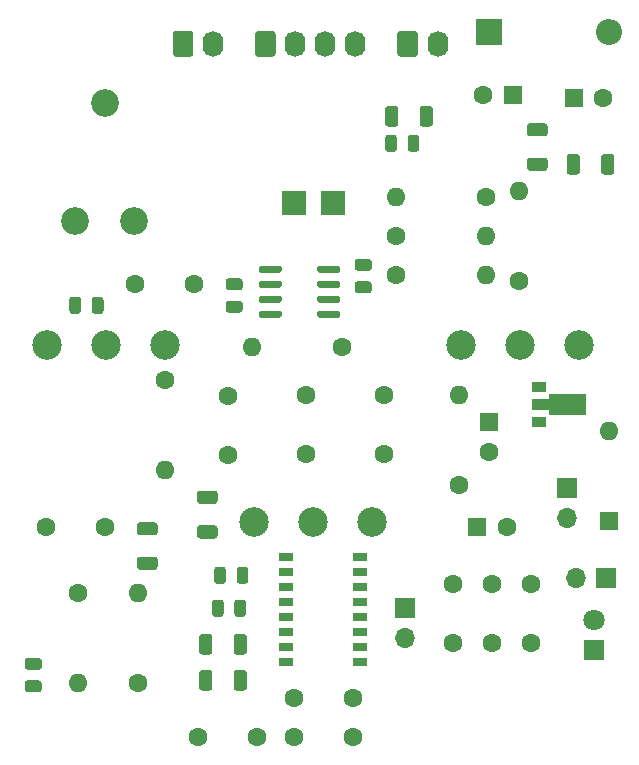
<source format=gbr>
%TF.GenerationSoftware,KiCad,Pcbnew,(5.1.9)-1*%
%TF.CreationDate,2021-09-20T18:56:34+02:00*%
%TF.ProjectId,deep blue delay,64656570-2062-46c7-9565-2064656c6179,rev?*%
%TF.SameCoordinates,Original*%
%TF.FileFunction,Soldermask,Bot*%
%TF.FilePolarity,Negative*%
%FSLAX46Y46*%
G04 Gerber Fmt 4.6, Leading zero omitted, Abs format (unit mm)*
G04 Created by KiCad (PCBNEW (5.1.9)-1) date 2021-09-20 18:56:34*
%MOMM*%
%LPD*%
G01*
G04 APERTURE LIST*
%ADD10R,2.000000X2.000000*%
%ADD11C,2.340000*%
%ADD12R,1.300000X0.800000*%
%ADD13C,0.100000*%
%ADD14R,1.300000X0.900000*%
%ADD15O,1.600000X1.600000*%
%ADD16C,1.600000*%
%ADD17C,2.500000*%
%ADD18O,1.740000X2.190000*%
%ADD19O,1.700000X1.700000*%
%ADD20R,1.700000X1.700000*%
%ADD21C,1.800000*%
%ADD22R,1.800000X1.800000*%
%ADD23R,1.600000X1.600000*%
%ADD24O,2.200000X2.200000*%
%ADD25R,2.200000X2.200000*%
G04 APERTURE END LIST*
D10*
%TO.C,LED+*%
X29210000Y47498000D03*
%TD*%
%TO.C,LED-*%
X25908000Y47498000D03*
%TD*%
D11*
%TO.C,VOL1*%
X7366000Y46000000D03*
X9866000Y56000000D03*
X12366000Y46000000D03*
%TD*%
D12*
%TO.C,U3*%
X25196000Y17526000D03*
X25196000Y16246000D03*
X25196000Y14986000D03*
X25196000Y13716000D03*
X25196000Y12436000D03*
X25196000Y11166000D03*
X25196000Y9906000D03*
X25196000Y8626000D03*
X31496000Y8626000D03*
X31496000Y9906000D03*
X31496000Y11166000D03*
X31496000Y12436000D03*
X31496000Y13716000D03*
X31496000Y14986000D03*
X31496000Y16246000D03*
X31496000Y17526000D03*
%TD*%
D13*
%TO.C,U2*%
G36*
X50598500Y29613500D02*
G01*
X47473500Y29613500D01*
X47473500Y30030000D01*
X45998500Y30030000D01*
X45998500Y30930000D01*
X47473500Y30930000D01*
X47473500Y31346500D01*
X50598500Y31346500D01*
X50598500Y29613500D01*
G37*
D14*
X46648500Y31980000D03*
X46648500Y28980000D03*
%TD*%
%TO.C,U1*%
G36*
G01*
X24851000Y42060000D02*
X24851000Y41760000D01*
G75*
G02*
X24701000Y41610000I-150000J0D01*
G01*
X23051000Y41610000D01*
G75*
G02*
X22901000Y41760000I0J150000D01*
G01*
X22901000Y42060000D01*
G75*
G02*
X23051000Y42210000I150000J0D01*
G01*
X24701000Y42210000D01*
G75*
G02*
X24851000Y42060000I0J-150000D01*
G01*
G37*
G36*
G01*
X24851000Y40790000D02*
X24851000Y40490000D01*
G75*
G02*
X24701000Y40340000I-150000J0D01*
G01*
X23051000Y40340000D01*
G75*
G02*
X22901000Y40490000I0J150000D01*
G01*
X22901000Y40790000D01*
G75*
G02*
X23051000Y40940000I150000J0D01*
G01*
X24701000Y40940000D01*
G75*
G02*
X24851000Y40790000I0J-150000D01*
G01*
G37*
G36*
G01*
X24851000Y39520000D02*
X24851000Y39220000D01*
G75*
G02*
X24701000Y39070000I-150000J0D01*
G01*
X23051000Y39070000D01*
G75*
G02*
X22901000Y39220000I0J150000D01*
G01*
X22901000Y39520000D01*
G75*
G02*
X23051000Y39670000I150000J0D01*
G01*
X24701000Y39670000D01*
G75*
G02*
X24851000Y39520000I0J-150000D01*
G01*
G37*
G36*
G01*
X24851000Y38250000D02*
X24851000Y37950000D01*
G75*
G02*
X24701000Y37800000I-150000J0D01*
G01*
X23051000Y37800000D01*
G75*
G02*
X22901000Y37950000I0J150000D01*
G01*
X22901000Y38250000D01*
G75*
G02*
X23051000Y38400000I150000J0D01*
G01*
X24701000Y38400000D01*
G75*
G02*
X24851000Y38250000I0J-150000D01*
G01*
G37*
G36*
G01*
X29801000Y38250000D02*
X29801000Y37950000D01*
G75*
G02*
X29651000Y37800000I-150000J0D01*
G01*
X28001000Y37800000D01*
G75*
G02*
X27851000Y37950000I0J150000D01*
G01*
X27851000Y38250000D01*
G75*
G02*
X28001000Y38400000I150000J0D01*
G01*
X29651000Y38400000D01*
G75*
G02*
X29801000Y38250000I0J-150000D01*
G01*
G37*
G36*
G01*
X29801000Y39520000D02*
X29801000Y39220000D01*
G75*
G02*
X29651000Y39070000I-150000J0D01*
G01*
X28001000Y39070000D01*
G75*
G02*
X27851000Y39220000I0J150000D01*
G01*
X27851000Y39520000D01*
G75*
G02*
X28001000Y39670000I150000J0D01*
G01*
X29651000Y39670000D01*
G75*
G02*
X29801000Y39520000I0J-150000D01*
G01*
G37*
G36*
G01*
X29801000Y40790000D02*
X29801000Y40490000D01*
G75*
G02*
X29651000Y40340000I-150000J0D01*
G01*
X28001000Y40340000D01*
G75*
G02*
X27851000Y40490000I0J150000D01*
G01*
X27851000Y40790000D01*
G75*
G02*
X28001000Y40940000I150000J0D01*
G01*
X29651000Y40940000D01*
G75*
G02*
X29801000Y40790000I0J-150000D01*
G01*
G37*
G36*
G01*
X29801000Y42060000D02*
X29801000Y41760000D01*
G75*
G02*
X29651000Y41610000I-150000J0D01*
G01*
X28001000Y41610000D01*
G75*
G02*
X27851000Y41760000I0J150000D01*
G01*
X27851000Y42060000D01*
G75*
G02*
X28001000Y42210000I150000J0D01*
G01*
X29651000Y42210000D01*
G75*
G02*
X29801000Y42060000I0J-150000D01*
G01*
G37*
%TD*%
%TO.C,R19*%
G36*
G01*
X12836999Y17580500D02*
X14087001Y17580500D01*
G75*
G02*
X14337000Y17330501I0J-249999D01*
G01*
X14337000Y16705499D01*
G75*
G02*
X14087001Y16455500I-249999J0D01*
G01*
X12836999Y16455500D01*
G75*
G02*
X12587000Y16705499I0J249999D01*
G01*
X12587000Y17330501D01*
G75*
G02*
X12836999Y17580500I249999J0D01*
G01*
G37*
G36*
G01*
X12836999Y20505500D02*
X14087001Y20505500D01*
G75*
G02*
X14337000Y20255501I0J-249999D01*
G01*
X14337000Y19630499D01*
G75*
G02*
X14087001Y19380500I-249999J0D01*
G01*
X12836999Y19380500D01*
G75*
G02*
X12587000Y19630499I0J249999D01*
G01*
X12587000Y20255501D01*
G75*
G02*
X12836999Y20505500I249999J0D01*
G01*
G37*
%TD*%
%TO.C,R18*%
G36*
G01*
X20773500Y9534999D02*
X20773500Y10785001D01*
G75*
G02*
X21023499Y11035000I249999J0D01*
G01*
X21648501Y11035000D01*
G75*
G02*
X21898500Y10785001I0J-249999D01*
G01*
X21898500Y9534999D01*
G75*
G02*
X21648501Y9285000I-249999J0D01*
G01*
X21023499Y9285000D01*
G75*
G02*
X20773500Y9534999I0J249999D01*
G01*
G37*
G36*
G01*
X17848500Y9534999D02*
X17848500Y10785001D01*
G75*
G02*
X18098499Y11035000I249999J0D01*
G01*
X18723501Y11035000D01*
G75*
G02*
X18973500Y10785001I0J-249999D01*
G01*
X18973500Y9534999D01*
G75*
G02*
X18723501Y9285000I-249999J0D01*
G01*
X18098499Y9285000D01*
G75*
G02*
X17848500Y9534999I0J249999D01*
G01*
G37*
%TD*%
D15*
%TO.C,R17*%
X22352000Y35306000D03*
D16*
X29972000Y35306000D03*
%TD*%
%TO.C,R16*%
G36*
G01*
X20773500Y6486999D02*
X20773500Y7737001D01*
G75*
G02*
X21023499Y7987000I249999J0D01*
G01*
X21648501Y7987000D01*
G75*
G02*
X21898500Y7737001I0J-249999D01*
G01*
X21898500Y6486999D01*
G75*
G02*
X21648501Y6237000I-249999J0D01*
G01*
X21023499Y6237000D01*
G75*
G02*
X20773500Y6486999I0J249999D01*
G01*
G37*
G36*
G01*
X17848500Y6486999D02*
X17848500Y7737001D01*
G75*
G02*
X18098499Y7987000I249999J0D01*
G01*
X18723501Y7987000D01*
G75*
G02*
X18973500Y7737001I0J-249999D01*
G01*
X18973500Y6486999D01*
G75*
G02*
X18723501Y6237000I-249999J0D01*
G01*
X18098499Y6237000D01*
G75*
G02*
X17848500Y6486999I0J249999D01*
G01*
G37*
%TD*%
D15*
%TO.C,R15*%
X12700000Y14478000D03*
D16*
X12700000Y6858000D03*
%TD*%
D15*
%TO.C,R13*%
X7620000Y6858000D03*
D16*
X7620000Y14478000D03*
%TD*%
D15*
%TO.C,R11*%
X14986000Y24892000D03*
D16*
X14986000Y32512000D03*
%TD*%
%TO.C,R10*%
G36*
G01*
X19167001Y22043500D02*
X17916999Y22043500D01*
G75*
G02*
X17667000Y22293499I0J249999D01*
G01*
X17667000Y22918501D01*
G75*
G02*
X17916999Y23168500I249999J0D01*
G01*
X19167001Y23168500D01*
G75*
G02*
X19417000Y22918501I0J-249999D01*
G01*
X19417000Y22293499D01*
G75*
G02*
X19167001Y22043500I-249999J0D01*
G01*
G37*
G36*
G01*
X19167001Y19118500D02*
X17916999Y19118500D01*
G75*
G02*
X17667000Y19368499I0J249999D01*
G01*
X17667000Y19993501D01*
G75*
G02*
X17916999Y20243500I249999J0D01*
G01*
X19167001Y20243500D01*
G75*
G02*
X19417000Y19993501I0J-249999D01*
G01*
X19417000Y19368499D01*
G75*
G02*
X19167001Y19118500I-249999J0D01*
G01*
G37*
%TD*%
D15*
%TO.C,R9*%
X39878000Y31242000D03*
D16*
X39878000Y23622000D03*
%TD*%
D15*
%TO.C,R8*%
X42164000Y41402000D03*
D16*
X34544000Y41402000D03*
%TD*%
D15*
%TO.C,R7*%
X44958000Y48514000D03*
D16*
X44958000Y40894000D03*
%TD*%
D15*
%TO.C,R5*%
X34544000Y48006000D03*
D16*
X42164000Y48006000D03*
%TD*%
D15*
%TO.C,R4*%
X42164000Y44704000D03*
D16*
X34544000Y44704000D03*
%TD*%
%TO.C,R3*%
G36*
G01*
X45856999Y51362500D02*
X47107001Y51362500D01*
G75*
G02*
X47357000Y51112501I0J-249999D01*
G01*
X47357000Y50487499D01*
G75*
G02*
X47107001Y50237500I-249999J0D01*
G01*
X45856999Y50237500D01*
G75*
G02*
X45607000Y50487499I0J249999D01*
G01*
X45607000Y51112501D01*
G75*
G02*
X45856999Y51362500I249999J0D01*
G01*
G37*
G36*
G01*
X45856999Y54287500D02*
X47107001Y54287500D01*
G75*
G02*
X47357000Y54037501I0J-249999D01*
G01*
X47357000Y53412499D01*
G75*
G02*
X47107001Y53162500I-249999J0D01*
G01*
X45856999Y53162500D01*
G75*
G02*
X45607000Y53412499I0J249999D01*
G01*
X45607000Y54037501D01*
G75*
G02*
X45856999Y54287500I249999J0D01*
G01*
G37*
%TD*%
%TO.C,R2*%
G36*
G01*
X51892500Y50174999D02*
X51892500Y51425001D01*
G75*
G02*
X52142499Y51675000I249999J0D01*
G01*
X52767501Y51675000D01*
G75*
G02*
X53017500Y51425001I0J-249999D01*
G01*
X53017500Y50174999D01*
G75*
G02*
X52767501Y49925000I-249999J0D01*
G01*
X52142499Y49925000D01*
G75*
G02*
X51892500Y50174999I0J249999D01*
G01*
G37*
G36*
G01*
X48967500Y50174999D02*
X48967500Y51425001D01*
G75*
G02*
X49217499Y51675000I249999J0D01*
G01*
X49842501Y51675000D01*
G75*
G02*
X50092500Y51425001I0J-249999D01*
G01*
X50092500Y50174999D01*
G75*
G02*
X49842501Y49925000I-249999J0D01*
G01*
X49217499Y49925000D01*
G75*
G02*
X48967500Y50174999I0J249999D01*
G01*
G37*
%TD*%
%TO.C,R1*%
G36*
G01*
X36521500Y54238999D02*
X36521500Y55489001D01*
G75*
G02*
X36771499Y55739000I249999J0D01*
G01*
X37396501Y55739000D01*
G75*
G02*
X37646500Y55489001I0J-249999D01*
G01*
X37646500Y54238999D01*
G75*
G02*
X37396501Y53989000I-249999J0D01*
G01*
X36771499Y53989000D01*
G75*
G02*
X36521500Y54238999I0J249999D01*
G01*
G37*
G36*
G01*
X33596500Y54238999D02*
X33596500Y55489001D01*
G75*
G02*
X33846499Y55739000I249999J0D01*
G01*
X34471501Y55739000D01*
G75*
G02*
X34721500Y55489001I0J-249999D01*
G01*
X34721500Y54238999D01*
G75*
G02*
X34471501Y53989000I-249999J0D01*
G01*
X33846499Y53989000D01*
G75*
G02*
X33596500Y54238999I0J249999D01*
G01*
G37*
%TD*%
D17*
%TO.C,MIX1*%
X32500000Y20500000D03*
X27500000Y20500000D03*
X22500000Y20500000D03*
%TD*%
D18*
%TO.C,LED1*%
X19040000Y61000000D03*
G36*
G01*
X15630000Y60154999D02*
X15630000Y61845001D01*
G75*
G02*
X15879999Y62095000I249999J0D01*
G01*
X17120001Y62095000D01*
G75*
G02*
X17370000Y61845001I0J-249999D01*
G01*
X17370000Y60154999D01*
G75*
G02*
X17120001Y59905000I-249999J0D01*
G01*
X15879999Y59905000D01*
G75*
G02*
X15630000Y60154999I0J249999D01*
G01*
G37*
%TD*%
D19*
%TO.C,J4*%
X49784000Y15748000D03*
D20*
X52324000Y15748000D03*
%TD*%
D19*
%TO.C,J3*%
X35306000Y10668000D03*
D20*
X35306000Y13208000D03*
%TD*%
D19*
%TO.C,J2*%
X49022000Y20828000D03*
D20*
X49022000Y23368000D03*
%TD*%
D18*
%TO.C,J1*%
X31080000Y61000000D03*
X28540000Y61000000D03*
X26000000Y61000000D03*
G36*
G01*
X22590000Y60154999D02*
X22590000Y61845001D01*
G75*
G02*
X22839999Y62095000I249999J0D01*
G01*
X24080001Y62095000D01*
G75*
G02*
X24330000Y61845001I0J-249999D01*
G01*
X24330000Y60154999D01*
G75*
G02*
X24080001Y59905000I-249999J0D01*
G01*
X22839999Y59905000D01*
G75*
G02*
X22590000Y60154999I0J249999D01*
G01*
G37*
%TD*%
%TO.C,GND1*%
X38040000Y61000000D03*
G36*
G01*
X34630000Y60154999D02*
X34630000Y61845001D01*
G75*
G02*
X34879999Y62095000I249999J0D01*
G01*
X36120001Y62095000D01*
G75*
G02*
X36370000Y61845001I0J-249999D01*
G01*
X36370000Y60154999D01*
G75*
G02*
X36120001Y59905000I-249999J0D01*
G01*
X34879999Y59905000D01*
G75*
G02*
X34630000Y60154999I0J249999D01*
G01*
G37*
%TD*%
D17*
%TO.C,FEEDBACK1*%
X15000000Y35500000D03*
X10000000Y35500000D03*
X5000000Y35500000D03*
%TD*%
%TO.C,DELAY1*%
X50000000Y35500000D03*
X45000000Y35500000D03*
X40000000Y35500000D03*
%TD*%
D21*
%TO.C,D3*%
X51308000Y12192000D03*
D22*
X51308000Y9652000D03*
%TD*%
D15*
%TO.C,D2*%
X52578000Y28194000D03*
D23*
X52578000Y20574000D03*
%TD*%
D24*
%TO.C,D1*%
X52578000Y61976000D03*
D25*
X42418000Y61976000D03*
%TD*%
D16*
%TO.C,C23*%
X9906000Y20066000D03*
X4906000Y20066000D03*
%TD*%
%TO.C,C22*%
X20320000Y31162000D03*
X20320000Y26162000D03*
%TD*%
%TO.C,C21*%
X17780000Y2286000D03*
X22780000Y2286000D03*
%TD*%
%TO.C,C20*%
X26924000Y26242000D03*
X26924000Y31242000D03*
%TD*%
%TO.C,C19*%
G36*
G01*
X3335000Y7104000D02*
X4285000Y7104000D01*
G75*
G02*
X4535000Y6854000I0J-250000D01*
G01*
X4535000Y6354000D01*
G75*
G02*
X4285000Y6104000I-250000J0D01*
G01*
X3335000Y6104000D01*
G75*
G02*
X3085000Y6354000I0J250000D01*
G01*
X3085000Y6854000D01*
G75*
G02*
X3335000Y7104000I250000J0D01*
G01*
G37*
G36*
G01*
X3335000Y9004000D02*
X4285000Y9004000D01*
G75*
G02*
X4535000Y8754000I0J-250000D01*
G01*
X4535000Y8254000D01*
G75*
G02*
X4285000Y8004000I-250000J0D01*
G01*
X3335000Y8004000D01*
G75*
G02*
X3085000Y8254000I0J250000D01*
G01*
X3085000Y8754000D01*
G75*
G02*
X3335000Y9004000I250000J0D01*
G01*
G37*
%TD*%
%TO.C,C18*%
X25908000Y5588000D03*
X30908000Y5588000D03*
%TD*%
%TO.C,C17*%
G36*
G01*
X21024000Y15527000D02*
X21024000Y16477000D01*
G75*
G02*
X21274000Y16727000I250000J0D01*
G01*
X21774000Y16727000D01*
G75*
G02*
X22024000Y16477000I0J-250000D01*
G01*
X22024000Y15527000D01*
G75*
G02*
X21774000Y15277000I-250000J0D01*
G01*
X21274000Y15277000D01*
G75*
G02*
X21024000Y15527000I0J250000D01*
G01*
G37*
G36*
G01*
X19124000Y15527000D02*
X19124000Y16477000D01*
G75*
G02*
X19374000Y16727000I250000J0D01*
G01*
X19874000Y16727000D01*
G75*
G02*
X20124000Y16477000I0J-250000D01*
G01*
X20124000Y15527000D01*
G75*
G02*
X19874000Y15277000I-250000J0D01*
G01*
X19374000Y15277000D01*
G75*
G02*
X19124000Y15527000I0J250000D01*
G01*
G37*
%TD*%
%TO.C,C16*%
X30908000Y2286000D03*
X25908000Y2286000D03*
%TD*%
%TO.C,C15*%
G36*
G01*
X20836000Y12733000D02*
X20836000Y13683000D01*
G75*
G02*
X21086000Y13933000I250000J0D01*
G01*
X21586000Y13933000D01*
G75*
G02*
X21836000Y13683000I0J-250000D01*
G01*
X21836000Y12733000D01*
G75*
G02*
X21586000Y12483000I-250000J0D01*
G01*
X21086000Y12483000D01*
G75*
G02*
X20836000Y12733000I0J250000D01*
G01*
G37*
G36*
G01*
X18936000Y12733000D02*
X18936000Y13683000D01*
G75*
G02*
X19186000Y13933000I250000J0D01*
G01*
X19686000Y13933000D01*
G75*
G02*
X19936000Y13683000I0J-250000D01*
G01*
X19936000Y12733000D01*
G75*
G02*
X19686000Y12483000I-250000J0D01*
G01*
X19186000Y12483000D01*
G75*
G02*
X18936000Y12733000I0J250000D01*
G01*
G37*
%TD*%
%TO.C,C13*%
X33528000Y26242000D03*
X33528000Y31242000D03*
%TD*%
%TO.C,C12*%
G36*
G01*
X7866000Y39337000D02*
X7866000Y38387000D01*
G75*
G02*
X7616000Y38137000I-250000J0D01*
G01*
X7116000Y38137000D01*
G75*
G02*
X6866000Y38387000I0J250000D01*
G01*
X6866000Y39337000D01*
G75*
G02*
X7116000Y39587000I250000J0D01*
G01*
X7616000Y39587000D01*
G75*
G02*
X7866000Y39337000I0J-250000D01*
G01*
G37*
G36*
G01*
X9766000Y39337000D02*
X9766000Y38387000D01*
G75*
G02*
X9516000Y38137000I-250000J0D01*
G01*
X9016000Y38137000D01*
G75*
G02*
X8766000Y38387000I0J250000D01*
G01*
X8766000Y39337000D01*
G75*
G02*
X9016000Y39587000I250000J0D01*
G01*
X9516000Y39587000D01*
G75*
G02*
X9766000Y39337000I0J-250000D01*
G01*
G37*
%TD*%
%TO.C,C11*%
X39370000Y10240000D03*
X39370000Y15240000D03*
%TD*%
%TO.C,C10*%
X45974000Y10240000D03*
X45974000Y15240000D03*
%TD*%
%TO.C,C9*%
X42672000Y10240000D03*
X42672000Y15240000D03*
%TD*%
%TO.C,C8*%
X43902000Y20066000D03*
D23*
X41402000Y20066000D03*
%TD*%
D16*
%TO.C,C7*%
X17446000Y40640000D03*
X12446000Y40640000D03*
%TD*%
%TO.C,C6*%
G36*
G01*
X20353000Y39240000D02*
X21303000Y39240000D01*
G75*
G02*
X21553000Y38990000I0J-250000D01*
G01*
X21553000Y38490000D01*
G75*
G02*
X21303000Y38240000I-250000J0D01*
G01*
X20353000Y38240000D01*
G75*
G02*
X20103000Y38490000I0J250000D01*
G01*
X20103000Y38990000D01*
G75*
G02*
X20353000Y39240000I250000J0D01*
G01*
G37*
G36*
G01*
X20353000Y41140000D02*
X21303000Y41140000D01*
G75*
G02*
X21553000Y40890000I0J-250000D01*
G01*
X21553000Y40390000D01*
G75*
G02*
X21303000Y40140000I-250000J0D01*
G01*
X20353000Y40140000D01*
G75*
G02*
X20103000Y40390000I0J250000D01*
G01*
X20103000Y40890000D01*
G75*
G02*
X20353000Y41140000I250000J0D01*
G01*
G37*
%TD*%
%TO.C,C5*%
X42418000Y26456000D03*
D23*
X42418000Y28956000D03*
%TD*%
%TO.C,C4*%
G36*
G01*
X31275000Y40886000D02*
X32225000Y40886000D01*
G75*
G02*
X32475000Y40636000I0J-250000D01*
G01*
X32475000Y40136000D01*
G75*
G02*
X32225000Y39886000I-250000J0D01*
G01*
X31275000Y39886000D01*
G75*
G02*
X31025000Y40136000I0J250000D01*
G01*
X31025000Y40636000D01*
G75*
G02*
X31275000Y40886000I250000J0D01*
G01*
G37*
G36*
G01*
X31275000Y42786000D02*
X32225000Y42786000D01*
G75*
G02*
X32475000Y42536000I0J-250000D01*
G01*
X32475000Y42036000D01*
G75*
G02*
X32225000Y41786000I-250000J0D01*
G01*
X31275000Y41786000D01*
G75*
G02*
X31025000Y42036000I0J250000D01*
G01*
X31025000Y42536000D01*
G75*
G02*
X31275000Y42786000I250000J0D01*
G01*
G37*
%TD*%
D16*
%TO.C,C3*%
X52070000Y56388000D03*
D23*
X49570000Y56388000D03*
%TD*%
%TO.C,C2*%
G36*
G01*
X34602000Y53053000D02*
X34602000Y52103000D01*
G75*
G02*
X34352000Y51853000I-250000J0D01*
G01*
X33852000Y51853000D01*
G75*
G02*
X33602000Y52103000I0J250000D01*
G01*
X33602000Y53053000D01*
G75*
G02*
X33852000Y53303000I250000J0D01*
G01*
X34352000Y53303000D01*
G75*
G02*
X34602000Y53053000I0J-250000D01*
G01*
G37*
G36*
G01*
X36502000Y53053000D02*
X36502000Y52103000D01*
G75*
G02*
X36252000Y51853000I-250000J0D01*
G01*
X35752000Y51853000D01*
G75*
G02*
X35502000Y52103000I0J250000D01*
G01*
X35502000Y53053000D01*
G75*
G02*
X35752000Y53303000I250000J0D01*
G01*
X36252000Y53303000D01*
G75*
G02*
X36502000Y53053000I0J-250000D01*
G01*
G37*
%TD*%
D16*
%TO.C,C1*%
X41910000Y56642000D03*
D23*
X44410000Y56642000D03*
%TD*%
M02*

</source>
